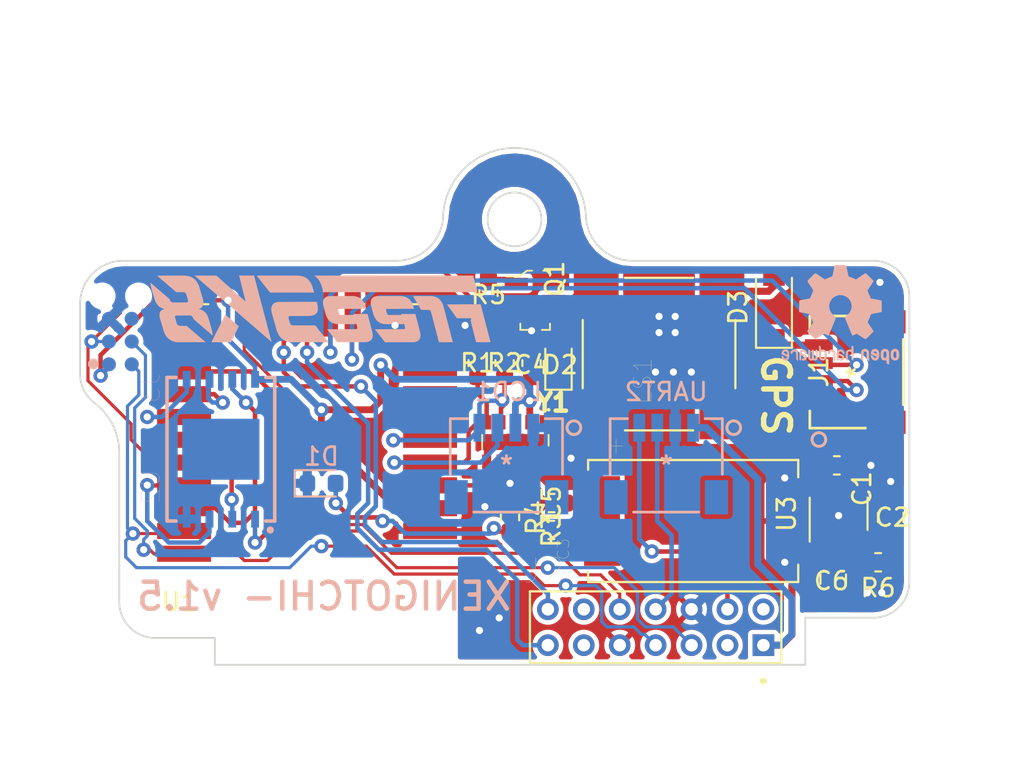
<source format=kicad_pcb>
(kicad_pcb (version 20171130) (host pcbnew "(5.1.5)-3")
  (layers (0 F.Cu signal) (31 B.Cu signal) (34 B.Paste user) (35 F.Paste user) (36 B.SilkS user) (37 F.SilkS user) (38 B.Mask user) (39 F.Mask user) (44 Edge.Cuts user))
  (net 0 "")
  (net 1 GND)
  (net 2 +3V3)
  (net 3 "Net-(D1-Pad2)")
  (net 4 /SDA)
  (net 5 /SCL)
  (net 6 +5V)
  (net 7 /VBACKUP)
  (net 8 /GPS-TX)
  (net 9 /GPS-RX)
  (net 10 /RST)
  (net 11 /SWCLK)
  (net 12 /SWDIO)
  (net 13 /P0.20)
  (net 14 /P0.19)
  (net 15 /P0.23)
  (net 16 /P0.17)
  (net 17 /P0.22)
  (net 18 /P0.21)
  (net 19 "Net-(C3-Pad1)")
  (net 20 "Net-(D2-Pad2)")
  (net 21 /ESC-TX)
  (net 22 /ESC-RX)
  (net 23 /P0.08)
  (net 24 "Net-(Q1-Pad2)")
  (net 25 /P0.05)
  (net 26 "Net-(D3-Pad1)")
  (net 27 /UART2-RX)
  (net 28 /UART2-TX)
  (net 29 "Net-(C2-Pad1)")
  (module Symbol:OSHW-Logo2_7.3x6mm_SilkScreen (layer B.Cu) (at 185.3 99.7 180)
    (fp_text reference REF** hide)
    (fp_text value OSHW-Logo2_7.3x6mm_SilkScreen hide)
  )
  (module Diode_SMD:D_SOD-123 (layer F.Cu) (at 181.6 99.3 90)
    (fp_text reference D3 (at 0 -2 90) (layer F.SilkS))
    (fp_text value D_Schottky_Small)
    (pad 2 smd rect (at 1.65 0 90) (size 0.9 1.2) (layers F.Cu F.Paste F.Mask) (net 2 +3V3))
    (pad 1 smd rect (at -1.65 0 90) (size 0.9 1.2) (layers F.Cu F.Paste F.Mask) (net 26 "Net-(D3-Pad1)"))
  )
  (module Freesk8-receiver:FreeSK8-Logo-20x5mm (layer B.Cu) (at 156.4 99.2 180)
    (fp_text reference G*** hide)
    (fp_text value LOGO hide)
  )
  (module sm04-srss-tb:SM04B-SRSS-TB (layer B.Cu) (at 175.6 108.1)
    (fp_text reference UART2 (at 0 -4.1) (layer B.SilkS) (effects (justify mirror)))
    (fp_text value SM04B-SRSS-TB hide)
    (fp_text user * (at 0 0) (layer B.SilkS) (effects (justify mirror)))
    (pad 6 smd rect (at 2.799999 1.776501 270) (size 1.905 1.2954) (layers B.Cu B.Paste B.Mask))
    (pad 5 smd rect (at -2.799999 1.776501 270) (size 1.905 1.2954) (layers B.Cu B.Paste B.Mask))
    (pad 4 smd rect (at -1.5 -2.0985) (size 0.6604 1.5494) (layers B.Cu B.Paste B.Mask) (net 28 /UART2-TX))
    (pad 3 smd rect (at -0.499999 -2.0985) (size 0.6604 1.5494) (layers B.Cu B.Paste B.Mask) (net 27 /UART2-RX))
    (pad 2 smd rect (at 0.499999 -2.0985) (size 0.6604 1.5494) (layers B.Cu B.Paste B.Mask) (net 1 GND))
    (pad 1 smd rect (at 1.5 -2.0985) (size 0.6604 1.5494) (layers B.Cu B.Paste B.Mask) (net 6 +5V))
  )
  (module Package_TO_SOT_SMD:SOT-23-5 (layer F.Cu) (at 185.2 110.8 90)
    (fp_text reference U3 (at 0 -2.9 90) (layer F.SilkS))
    (fp_text value TLV75533PDBV)
    (pad 5 smd rect (at 1.1 -0.95 90) (size 1.06 0.65) (layers F.Cu F.Paste F.Mask) (net 2 +3V3))
    (pad 4 smd rect (at 1.1 0.95 90) (size 1.06 0.65) (layers F.Cu F.Paste F.Mask))
    (pad 3 smd rect (at -1.1 0.95 90) (size 1.06 0.65) (layers F.Cu F.Paste F.Mask) (net 29 "Net-(C2-Pad1)"))
    (pad 2 smd rect (at -1.1 0 90) (size 1.06 0.65) (layers F.Cu F.Paste F.Mask) (net 1 GND))
    (pad 1 smd rect (at -1.1 -0.95 90) (size 1.06 0.65) (layers F.Cu F.Paste F.Mask) (net 6 +5V))
  )
  (module Resistor_SMD:R_0603_1608Metric (layer F.Cu) (at 187.4 113.5 180)
    (fp_text reference R6 (at 0 -1.43) (layer F.SilkS))
    (fp_text value 20k)
    (pad 2 smd roundrect (at 0.7875 0 180) (size 0.875 0.95) (layers F.Cu F.Paste F.Mask) (net 6 +5V))
    (pad 1 smd roundrect (at -0.7875 0 180) (size 0.875 0.95) (layers F.Cu F.Paste F.Mask) (net 29 "Net-(C2-Pad1)"))
  )
  (module sm04-srss-tb:SM04B-SRSS-TB (layer B.Cu) (at 166.7 108.1)
    (fp_text reference LCD1 (at 0.1 -4.1) (layer B.SilkS) (effects (justify mirror)))
    (fp_text value SM04B-SRSS-TB hide)
    (fp_text user * (at 0 0) (layer B.SilkS) (effects (justify mirror)))
    (pad 6 smd rect (at 2.799999 1.776501 270) (size 1.905 1.2954) (layers B.Cu B.Paste B.Mask))
    (pad 5 smd rect (at -2.799999 1.776501 270) (size 1.905 1.2954) (layers B.Cu B.Paste B.Mask))
    (pad 4 smd rect (at -1.5 -2.0985) (size 0.6604 1.5494) (layers B.Cu B.Paste B.Mask) (net 5 /SCL))
    (pad 3 smd rect (at -0.499999 -2.0985) (size 0.6604 1.5494) (layers B.Cu B.Paste B.Mask) (net 4 /SDA))
    (pad 2 smd rect (at 0.499999 -2.0985) (size 0.6604 1.5494) (layers B.Cu B.Paste B.Mask) (net 2 +3V3))
    (pad 1 smd rect (at 1.5 -2.0985) (size 0.6604 1.5494) (layers B.Cu B.Paste B.Mask) (net 1 GND))
  )
  (module sm04-srss-tb:SM04B-SRSS-TB (layer F.Cu) (at 186.2 102.9 270)
    (fp_text reference J1 (at 0 2.0985 90) (layer F.SilkS))
    (fp_text value SM04B-SRSS-TB hide)
    (fp_text user * (at 0 0 90) (layer F.SilkS))
    (pad 6 smd rect (at 2.799999 -1.776501) (size 1.905 1.2954) (layers F.Cu F.Paste F.Mask))
    (pad 5 smd rect (at -2.799999 -1.776501) (size 1.905 1.2954) (layers F.Cu F.Paste F.Mask))
    (pad 4 smd rect (at -1.5 2.0985 270) (size 0.6604 1.5494) (layers F.Cu F.Paste F.Mask) (net 26 "Net-(D3-Pad1)"))
    (pad 3 smd rect (at -0.499999 2.0985 270) (size 0.6604 1.5494) (layers F.Cu F.Paste F.Mask) (net 9 /GPS-RX))
    (pad 2 smd rect (at 0.499999 2.0985 270) (size 0.6604 1.5494) (layers F.Cu F.Paste F.Mask) (net 8 /GPS-TX))
    (pad 1 smd rect (at 1.5 2.0985 270) (size 0.6604 1.5494) (layers F.Cu F.Paste F.Mask) (net 1 GND))
  )
  (module CMT-8503-90-SMT-TR:XDCR_CMT-8503-90-SMT-TR (layer F.Cu) (at 175.2 101.9 270)
    (fp_text reference LS1 (at 1.5 0.9 270) (layer F.SilkS) (effects (font (thickness 0.015))))
    (fp_text value CMT-8503-90-SMT-TR)
    (pad P smd rect (at -3.5 -3.5 270) (size 2.5 2.5) (layers F.Cu F.Paste F.Mask) (net 2 +3V3))
    (pad 1 smd rect (at 3.5 -3.5 270) (size 2.5 2.5) (layers F.Cu F.Paste F.Mask))
    (pad 2 smd rect (at 3.5 3.5 270) (size 2.5 2.5) (layers F.Cu F.Paste F.Mask))
    (pad N smd rect (at -3.5 3.5 270) (size 2.5 2.5) (layers F.Cu F.Paste F.Mask) (net 20 "Net-(D2-Pad2)"))
  )
  (module digikey-footprints:SOT-23-3 (layer F.Cu) (at 168.3 98.9)
    (fp_text reference Q1 (at 1.1 -1.2 270) (layer F.SilkS))
    (fp_text value 2SD1484KT146R)
    (pad 3 smd rect (at 1.05 0) (size 1.3 0.6) (layers F.Cu F.Paste F.Mask) (net 20 "Net-(D2-Pad2)"))
    (pad 2 smd rect (at -1.05 -0.95) (size 1.3 0.6) (layers F.Cu F.Paste F.Mask) (net 24 "Net-(Q1-Pad2)"))
    (pad 1 smd rect (at -1.05 0.95) (size 1.3 0.6) (layers F.Cu F.Paste F.Mask) (net 1 GND))
  )
  (module Capacitor_SMD:C_0603_1608Metric (layer F.Cu) (at 168.1 102.4 90)
    (fp_text reference C4 (at -0.1 0) (layer F.SilkS))
    (fp_text value 0.1uF)
    (pad 2 smd roundrect (at 0.7875 0 90) (size 0.875 0.95) (layers F.Cu F.Paste F.Mask) (net 1 GND))
    (pad 1 smd roundrect (at -0.7875 0 90) (size 0.875 0.95) (layers F.Cu F.Paste F.Mask) (net 2 +3V3))
  )
  (module DSK-3R3H224U-HL:CAP_DSK-3R3H224U-HL (layer F.Cu) (at 177.1 111.2 90)
    (fp_text reference C3 (at -1.568765 -7.225469 90) (layer F.SilkS) (effects (font (size 0.641479 0.641479) (thickness 0.015))))
    (fp_text value DSK-3R3H224U-HL)
    (fp_text user + (at 4.17451 -4.37661 90) (layer F.SilkS) (effects (font (size 1.007717 1.007717) (thickness 0.015))))
    (pad 1 smd rect (at 0 -5.075 90) (size 5 2) (layers F.Cu F.Paste F.Mask) (net 19 "Net-(C3-Pad1)"))
    (pad 2 smd rect (at 0 5.075 90) (size 4 1.7) (layers F.Cu F.Paste F.Mask) (net 1 GND))
  )
  (module TC2030-CTX:TAG_TC2030-IDC-NL (layer B.Cu) (at 145.2 101.2 90)
    (fp_text reference J3 (at -2.6 1.7 90) (layer B.SilkS) (effects (font (size 1.001835 1.001835) (thickness 0.015)) (justify mirror)))
    (fp_text value TC2030-CTX)
    (pad None np_thru_hole circle (at -2.54 0 90) (size 0.991 0.991) (drill 0.991) (layers *.Cu *.Mask))
    (pad None np_thru_hole circle (at 2.54 1.016 90) (size 0.991 0.991) (drill 0.991) (layers *.Cu *.Mask))
    (pad None np_thru_hole circle (at 2.54 -1.016 90) (size 0.991 0.991) (drill 0.991) (layers *.Cu *.Mask))
    (pad 1 smd circle (at -1.27 -0.635 90) (size 0.787 0.787) (layers B.Cu B.Mask) (net 2 +3V3))
    (pad 2 smd circle (at -1.27 0.635 90) (size 0.787 0.787) (layers B.Cu B.Mask) (net 12 /SWDIO))
    (pad 3 smd circle (at 0 -0.635 90) (size 0.787 0.787) (layers B.Cu B.Mask) (net 10 /RST))
    (pad 4 smd circle (at 0 0.635 90) (size 0.787 0.787) (layers B.Cu B.Mask) (net 11 /SWCLK))
    (pad 5 smd circle (at 1.27 -0.635 90) (size 0.787 0.787) (layers B.Cu B.Mask) (net 1 GND))
    (pad 6 smd circle (at 1.27 0.635 90) (size 0.787 0.787) (layers B.Cu B.Mask))
  )
  (module skb501:SKB501_RF_Module (layer F.Cu) (at 155.6 105.7 180)
    (fp_text reference U1 (at 7.1 -10 180) (layer F.SilkS))
    (fp_text value SKB501)
    (pad 26 smd rect (at 6.85 -7.325 180) (size 3 0.9) (layers F.Cu F.Paste F.Mask) (net 11 /SWCLK))
    (pad 25 smd rect (at 6.85 -6.055 180) (size 3 0.9) (layers F.Cu F.Paste F.Mask) (net 12 /SWDIO))
    (pad 24 smd rect (at 6.85 -4.785 180) (size 3 0.9) (layers F.Cu F.Paste F.Mask) (net 15 /P0.23))
    (pad 23 smd rect (at 6.85 -3.515 180) (size 3 0.9) (layers F.Cu F.Paste F.Mask) (net 17 /P0.22))
    (pad 22 smd rect (at 6.85 -2.245 180) (size 3 0.9) (layers F.Cu F.Paste F.Mask) (net 10 /RST))
    (pad 21 smd rect (at 6.85 -0.975 180) (size 3 0.9) (layers F.Cu F.Paste F.Mask) (net 18 /P0.21))
    (pad 20 smd rect (at 6.85 0.295 180) (size 3 0.9) (layers F.Cu F.Paste F.Mask) (net 13 /P0.20))
    (pad 19 smd rect (at 6.85 1.565 180) (size 3 0.9) (layers F.Cu F.Paste F.Mask) (net 14 /P0.19))
    (pad 18 smd rect (at 6.85 2.835 180) (size 3 0.9) (layers F.Cu F.Paste F.Mask) (net 16 /P0.17))
    (pad 17 smd rect (at 6.85 4.105 180) (size 3 0.9) (layers F.Cu F.Paste F.Mask))
    (pad 16 smd rect (at 6.85 5.375 180) (size 3 0.9) (layers F.Cu F.Paste F.Mask))
    (pad 11 smd rect (at -2.54 6.275 270) (size 3 0.9) (layers F.Cu F.Paste F.Mask) (net 8 /GPS-TX))
    (pad 12 smd rect (at -1.27 6.275 270) (size 3 0.9) (layers F.Cu F.Paste F.Mask) (net 9 /GPS-RX))
    (pad 15 smd rect (at 2.54 6.275 270) (size 3 0.9) (layers F.Cu F.Paste F.Mask) (net 23 /P0.08))
    (pad 14 smd rect (at 1.27 6.275 270) (size 3 0.9) (layers F.Cu F.Paste F.Mask) (net 21 /ESC-TX))
    (pad 1 smd rect (at -6.85 -6.055 180) (size 3 0.9) (layers F.Cu F.Paste F.Mask) (net 1 GND))
    (pad 2 smd rect (at -6.85 -4.785 180) (size 3 0.9) (layers F.Cu F.Paste F.Mask) (net 2 +3V3))
    (pad 3 smd rect (at -6.85 -3.515 180) (size 3 0.9) (layers F.Cu F.Paste F.Mask) (net 25 /P0.05))
    (pad 4 smd rect (at -6.85 -2.245 180) (size 3 0.9) (layers F.Cu F.Paste F.Mask) (net 4 /SDA))
    (pad 5 smd rect (at -6.85 -0.975 180) (size 3 0.9) (layers F.Cu F.Paste F.Mask) (net 5 /SCL))
    (pad 6 smd rect (at -6.85 0.295 180) (size 3 0.9) (layers F.Cu F.Paste F.Mask))
    (pad 7 smd rect (at -6.85 1.565 180) (size 3 0.9) (layers F.Cu F.Paste F.Mask))
    (pad 8 smd rect (at -6.85 2.835 180) (size 3 0.9) (layers F.Cu F.Paste F.Mask))
    (pad 9 smd rect (at -6.85 4.105 180) (size 3 0.9) (layers F.Cu F.Paste F.Mask))
    (pad 10 smd rect (at -6.85 5.375 180) (size 3 0.9) (layers F.Cu F.Paste F.Mask) (net 1 GND))
    (pad 13 smd rect (at 0 6.275 270) (size 3 0.9) (layers F.Cu F.Paste F.Mask) (net 22 /ESC-RX))
  )
  (module SamacSys_Parts:ABRTCMC32768kHzEOZ9S3DBT (layer F.Cu) (at 167.2 106.8 180)
    (fp_text reference Y1 (at -2.1 2.2 180) (layer F.SilkS) (effects (font (thickness 0.25))))
    (fp_text value RV-3129-C3 hide)
    (pad 1 smd rect (at -1.6 1.1 180) (size 0.5 0.8) (layers F.Cu F.Paste F.Mask))
    (pad 2 smd rect (at -0.8 1.1 180) (size 0.5 0.8) (layers F.Cu F.Paste F.Mask) (net 2 +3V3))
    (pad 3 smd rect (at 0 1.1 180) (size 0.5 0.8) (layers F.Cu F.Paste F.Mask))
    (pad 4 smd rect (at 0.8 1.1 180) (size 0.5 0.8) (layers F.Cu F.Paste F.Mask) (net 5 /SCL))
    (pad 5 smd rect (at 1.6 1.1 180) (size 0.5 0.8) (layers F.Cu F.Paste F.Mask) (net 4 /SDA))
    (pad 6 smd rect (at 1.6 -1.1 180) (size 0.5 0.8) (layers F.Cu F.Paste F.Mask) (net 1 GND))
    (pad 7 smd rect (at 0.8 -1.1 180) (size 0.5 0.8) (layers F.Cu F.Paste F.Mask))
    (pad 8 smd rect (at 0 -1.1 180) (size 0.5 0.8) (layers F.Cu F.Paste F.Mask))
    (pad 9 smd rect (at -0.8 -1.1 180) (size 0.5 0.8) (layers F.Cu F.Paste F.Mask) (net 7 /VBACKUP))
    (pad 10 smd rect (at -1.6 -1.1 180) (size 0.5 0.8) (layers F.Cu F.Paste F.Mask))
  )
  (module 1-1734508-4:TE_1-1734508-4 (layer F.Cu) (at 175.01 117.12 180)
    (fp_text reference J2 (at 6.21 3.15) (layer F.SilkS) (effects (font (size 1.4 1.4) (thickness 0.015))))
    (fp_text value 1-1734508-4)
    (pad 1 thru_hole rect (at -6 -1 180) (size 1.208 1.208) (drill 0.7) (layers *.Cu *.Mask) (net 6 +5V))
    (pad 2 thru_hole circle (at -4 -1 180) (size 1.208 1.208) (drill 0.7) (layers *.Cu *.Mask))
    (pad 3 thru_hole circle (at -2 -1 180) (size 1.208 1.208) (drill 0.7) (layers *.Cu *.Mask) (net 11 /SWCLK))
    (pad 4 thru_hole circle (at 0 -1 180) (size 1.208 1.208) (drill 0.7) (layers *.Cu *.Mask) (net 12 /SWDIO))
    (pad 5 thru_hole circle (at 2 -1 180) (size 1.208 1.208) (drill 0.7) (layers *.Cu *.Mask) (net 1 GND))
    (pad 6 thru_hole circle (at 4 -1 180) (size 1.208 1.208) (drill 0.7) (layers *.Cu *.Mask))
    (pad 7 thru_hole circle (at 6 -1 180) (size 1.208 1.208) (drill 0.7) (layers *.Cu *.Mask) (net 22 /ESC-RX))
    (pad 8 thru_hole circle (at -6 1 180) (size 1.208 1.208) (drill 0.7) (layers *.Cu *.Mask))
    (pad 9 thru_hole circle (at -4 1 180) (size 1.208 1.208) (drill 0.7) (layers *.Cu *.Mask) (net 28 /UART2-TX))
    (pad 10 thru_hole circle (at -2 1 180) (size 1.208 1.208) (drill 0.7) (layers *.Cu *.Mask) (net 1 GND))
    (pad 11 thru_hole circle (at 0 1 180) (size 1.208 1.208) (drill 0.7) (layers *.Cu *.Mask) (net 27 /UART2-RX))
    (pad 12 thru_hole circle (at 2 1 180) (size 1.208 1.208) (drill 0.7) (layers *.Cu *.Mask) (net 10 /RST))
    (pad 13 thru_hole circle (at 4 1 180) (size 1.208 1.208) (drill 0.7) (layers *.Cu *.Mask))
    (pad 14 thru_hole circle (at 6 1 180) (size 1.208 1.208) (drill 0.7) (layers *.Cu *.Mask) (net 21 /ESC-TX))
  )
  (module Resistor_SMD:R_0603_1608Metric (layer F.Cu) (at 166.6 102.4 270)
    (fp_text reference R2 (at 0 0) (layer F.SilkS))
    (fp_text value 10k)
    (pad 2 smd roundrect (at 0.7875 0 270) (size 0.875 0.95) (layers F.Cu F.Paste F.Mask) (net 5 /SCL))
    (pad 1 smd roundrect (at -0.7875 0 270) (size 0.875 0.95) (layers F.Cu F.Paste F.Mask) (net 2 +3V3))
  )
  (module Capacitor_SMD:C_0805_2012Metric (layer F.Cu) (at 184.9 114.4375 270)
    (fp_text reference C6 (at 0.1 0.1 180) (layer F.SilkS))
    (fp_text value 10uF)
    (pad 2 smd roundrect (at 0.9375 0 270) (size 0.975 1.4) (layers F.Cu F.Paste F.Mask) (net 1 GND))
    (pad 1 smd roundrect (at -0.9375 0 270) (size 0.975 1.4) (layers F.Cu F.Paste F.Mask) (net 6 +5V))
  )
  (module Capacitor_SMD:C_0805_2012Metric (layer F.Cu) (at 188.1 111 90)
    (fp_text reference C2 (at 0 0.1 180) (layer F.SilkS))
    (fp_text value 10uF)
    (pad 2 smd roundrect (at 0.9375 0 90) (size 0.975 1.4) (layers F.Cu F.Paste F.Mask) (net 1 GND))
    (pad 1 smd roundrect (at -0.9375 0 90) (size 0.975 1.4) (layers F.Cu F.Paste F.Mask) (net 29 "Net-(C2-Pad1)"))
  )
  (module Capacitor_SMD:C_0603_1608Metric (layer F.Cu) (at 169.2125 110.2)
    (fp_text reference C5 (at 0 0 270) (layer F.SilkS))
    (fp_text value 10000pF)
    (pad 2 smd roundrect (at 0.7875 0) (size 0.875 0.95) (layers F.Cu F.Paste F.Mask) (net 1 GND))
    (pad 1 smd roundrect (at -0.7875 0) (size 0.875 0.95) (layers F.Cu F.Paste F.Mask) (net 7 /VBACKUP))
  )
  (module Resistor_SMD:R_0603_1608Metric (layer F.Cu) (at 165.7 98.5 270)
    (fp_text reference R5 (at 0.1 0 180) (layer F.SilkS))
    (fp_text value 180r)
    (pad 2 smd roundrect (at 0.7875 0 270) (size 0.875 0.95) (layers F.Cu F.Paste F.Mask) (net 23 /P0.08))
    (pad 1 smd roundrect (at -0.7875 0 270) (size 0.875 0.95) (layers F.Cu F.Paste F.Mask) (net 24 "Net-(Q1-Pad2)"))
  )
  (module Diode_SMD:D_0603_1608Metric (layer F.Cu) (at 169.6 102.4 90)
    (fp_text reference D2 (at -0.1 0.1 180) (layer F.SilkS))
    (fp_text value SD0603S040S0R2)
    (pad 2 smd roundrect (at 0.7875 0 90) (size 0.875 0.95) (layers F.Cu F.Paste F.Mask) (net 20 "Net-(D2-Pad2)"))
    (pad 1 smd roundrect (at -0.7875 0 90) (size 0.875 0.95) (layers F.Cu F.Paste F.Mask) (net 2 +3V3))
  )
  (module LED_SMD:LED_0603_1608Metric (layer B.Cu) (at 156.4 109.1)
    (fp_text reference D1 (at 0 -1.5 180) (layer B.SilkS) (effects (justify mirror)))
    (fp_text value LED)
    (pad 2 smd roundrect (at 0.7875 0) (size 0.875 0.95) (layers B.Cu B.Paste B.Mask) (net 3 "Net-(D1-Pad2)"))
    (pad 1 smd roundrect (at -0.7875 0) (size 0.875 0.95) (layers B.Cu B.Paste B.Mask) (net 1 GND))
  )
  (module Resistor_SMD:R_0603_1608Metric (layer F.Cu) (at 166.9 111 270)
    (fp_text reference R4 (at 0 -1.43 90) (layer F.SilkS))
    (fp_text value 1k)
    (pad 2 smd roundrect (at 0.7875 0 270) (size 0.875 0.95) (layers F.Cu F.Paste F.Mask) (net 3 "Net-(D1-Pad2)"))
    (pad 1 smd roundrect (at -0.7875 0 270) (size 0.875 0.95) (layers F.Cu F.Paste F.Mask) (net 25 /P0.05))
  )
  (module W25N01GVZEIG_TR:SON127P800X600X80-9N (layer B.Cu) (at 150.8 107.2 90)
    (fp_text reference U2 (at -2.1 -3.9 270) (layer B.SilkS) (effects (font (size 1.001787 1.001787) (thickness 0.015)) (justify mirror)))
    (fp_text value W25N01GVZEIG_TR)
    (pad 2 smd rect (at -3.895 0.635 90) (size 0.94 0.44) (layers B.Cu B.Paste B.Mask) (net 18 /P0.21))
    (pad 3 smd rect (at -3.895 -0.635 90) (size 0.94 0.44) (layers B.Cu B.Paste B.Mask) (net 17 /P0.22))
    (pad 4 smd rect (at -3.895 -1.905 90) (size 0.94 0.44) (layers B.Cu B.Paste B.Mask) (net 1 GND))
    (pad 1 smd rect (at -3.895 1.905 90) (size 0.94 0.44) (layers B.Cu B.Paste B.Mask) (net 16 /P0.17))
    (pad 7 smd rect (at 3.895 0.635 90) (size 0.94 0.44) (layers B.Cu B.Paste B.Mask) (net 15 /P0.23))
    (pad 6 smd rect (at 3.895 -0.635 90) (size 0.94 0.44) (layers B.Cu B.Paste B.Mask) (net 14 /P0.19))
    (pad 5 smd rect (at 3.895 -1.905 90) (size 0.94 0.44) (layers B.Cu B.Paste B.Mask) (net 13 /P0.20))
    (pad 8 smd rect (at 3.895 1.905 90) (size 0.94 0.44) (layers B.Cu B.Paste B.Mask) (net 2 +3V3))
    (pad 9 smd rect (at 0 0 90) (size 3.4 4.3) (layers B.Cu B.Mask))
  )
  (module Capacitor_SMD:C_0603_1608Metric (layer F.Cu) (at 185.1 108.1)
    (fp_text reference C1 (at 1.4 1.3 90) (layer F.SilkS))
    (fp_text value 1.0uF)
    (pad 2 smd roundrect (at 0.7875 0) (size 0.875 0.95) (layers F.Cu F.Paste F.Mask) (net 1 GND))
    (pad 1 smd roundrect (at -0.7875 0) (size 0.875 0.95) (layers F.Cu F.Paste F.Mask) (net 2 +3V3))
  )
  (module Resistor_SMD:R_0603_1608Metric (layer F.Cu) (at 165.1 102.4 270)
    (fp_text reference R1 (at 0 0 180) (layer F.SilkS))
    (fp_text value 10k)
    (pad 2 smd roundrect (at 0.7875 0 270) (size 0.875 0.95) (layers F.Cu F.Paste F.Mask) (net 4 /SDA))
    (pad 1 smd roundrect (at -0.7875 0 270) (size 0.875 0.95) (layers F.Cu F.Paste F.Mask) (net 2 +3V3))
  )
  (module Resistor_SMD:R_0603_1608Metric (layer F.Cu) (at 169.2 111.7)
    (fp_text reference R3 (at 0 0 270) (layer F.SilkS))
    (fp_text value 470r)
    (pad 2 smd roundrect (at 0.7875 0) (size 0.875 0.95) (layers F.Cu F.Paste F.Mask) (net 19 "Net-(C3-Pad1)"))
    (pad 1 smd roundrect (at -0.7875 0) (size 0.875 0.95) (layers F.Cu F.Paste F.Mask) (net 7 /VBACKUP))
  )
  (gr_arc (start 141.642 107.40532) (end 143.754727 104.614911) (angle 52.86922064) (layer Edge.Cuts) (width 0.1))
  (gr_arc (start 144.962 103.020391) (end 143.754727 104.614911) (angle 52.86922065) (layer Edge.Cuts) (width 0.1))
  (gr_line (start 183.342198 117.713206) (end 183.342198 119.213206) (layer Edge.Cuts) (width 0.1))
  (gr_line (start 150.463143 119.213206) (end 150.463143 117.713206) (layer Edge.Cuts) (width 0.1))
  (gr_arc (start 187.14 98.7) (end 187.14 96.7) (angle 90) (layer Edge.Cuts) (width 0.1))
  (gr_circle (center 167.149969 94.39232) (end 165.649969 94.39232) (layer Edge.Cuts) (width 0.1))
  (gr_line (start 189.14 98.7) (end 189.14 114.588152) (layer Edge.Cuts) (width 0.1))
  (gr_arc (start 167.149969 94.39232) (end 163.169896 94.328304) (angle 178.1570634) (layer Edge.Cuts) (width 0.1))
  (gr_line (start 183.342198 119.213206) (end 150.463143 119.213206) (layer Edge.Cuts) (width 0.1))
  (gr_arc (start 173.72 94.1) (end 173.72 96.7) (angle 84.9624009) (layer Edge.Cuts) (width 0.1))
  (gr_line (start 145.362 96.7) (end 160.579939 96.7) (layer Edge.Cuts) (width 0.1))
  (gr_arc (start 145.362 99.1) (end 142.962 99.1) (angle 90) (layer Edge.Cuts) (width 0.1))
  (gr_line (start 145.142 115.713206) (end 145.142 107.40532) (layer Edge.Cuts) (width 0.1))
  (gr_arc (start 147.142 115.713206) (end 147.142 117.713206) (angle 90) (layer Edge.Cuts) (width 0.1))
  (gr_line (start 173.72 96.7) (end 187.14 96.7) (layer Edge.Cuts) (width 0.1))
  (gr_arc (start 160.579939 94.1) (end 163.169896 94.328304) (angle 84.9624009) (layer Edge.Cuts) (width 0.1))
  (gr_line (start 187.14 116.588152) (end 183.342198 116.588152) (layer Edge.Cuts) (width 0.1))
  (gr_arc (start 187.14 114.588152) (end 189.14 114.588152) (angle 90) (layer Edge.Cuts) (width 0.1))
  (gr_line (start 183.342198 116.588152) (end 183.342198 117.713206) (layer Edge.Cuts) (width 0.1))
  (gr_line (start 142.962 103.020391) (end 142.962 99.1) (layer Edge.Cuts) (width 0.1))
  (gr_line (start 150.463143 117.713206) (end 147.142 117.713206) (layer Edge.Cuts) (width 0.1))
  (gr_text GPS (at 181.7 104.2 270) (layer F.SilkS) (effects (font (size 1.5 1.5) (thickness 0.3))))
  (gr_text "XENIGOTCHI- v1.5" (at 167.1 115.4) (layer B.SilkS) (effects (font (size 1.5 1.5) (thickness 0.25)) (justify left mirror)))
  (via (at 185.2 110.9) (size 0.8) (drill 0.4) (layers F.Cu B.Cu) (net 1))
  (via (at 182.2 108.8) (size 0.8) (drill 0.4) (layers F.Cu B.Cu) (net 1))
  (via (at 182.2 113.5) (size 0.8) (drill 0.4) (layers F.Cu B.Cu) (net 1))
  (via (at 170.3 107.7) (size 0.8) (drill 0.4) (layers F.Cu B.Cu) (net 1))
  (via (at 168.1 100.6) (size 0.8) (drill 0.4) (layers F.Cu B.Cu) (net 1))
  (via (at 177 102.9) (size 0.8) (drill 0.4) (layers F.Cu B.Cu) (net 1))
  (via (at 160.5 100.3) (size 0.8) (drill 0.4) (layers F.Cu B.Cu) (net 1))
  (via (at 164.4 100.3) (size 0.8) (drill 0.4) (layers F.Cu B.Cu) (net 1))
  (via (at 165.2 117.3) (size 0.8) (drill 0.4) (layers F.Cu B.Cu) (net 1))
  (via (at 166.3 116.6) (size 0.8) (drill 0.4) (layers F.Cu B.Cu) (net 1))
  (via (at 176 102.9) (size 0.8) (drill 0.4) (layers F.Cu B.Cu) (net 1))
  (via (at 175 102.9) (size 0.8) (drill 0.4) (layers F.Cu B.Cu) (net 1))
  (via (at 176.1 99.8) (size 0.8) (drill 0.4) (layers F.Cu B.Cu) (net 1))
  (via (at 176.1 100.7) (size 0.8) (drill 0.4) (layers F.Cu B.Cu) (net 1))
  (via (at 175.2 100.7) (size 0.8) (drill 0.4) (layers F.Cu B.Cu) (net 1))
  (via (at 175.2 99.8) (size 0.8) (drill 0.4) (layers F.Cu B.Cu) (net 1))
  (via (at 165.5 110.4) (size 0.8) (drill 0.4) (layers F.Cu B.Cu) (net 1))
  (via (at 166.9 109.1) (size 0.8) (drill 0.4) (layers F.Cu B.Cu) (net 1))
  (via (at 187.5 97.9) (size 0.8) (drill 0.4) (layers F.Cu B.Cu) (net 1))
  (via (at 187.6 115.2) (size 0.8) (drill 0.4) (layers F.Cu B.Cu) (net 1))
  (via (at 186.8 115.2) (size 0.8) (drill 0.4) (layers F.Cu B.Cu) (net 1))
  (via (at 188.1 109) (size 0.8) (drill 0.4) (layers F.Cu B.Cu) (net 1))
  (via (at 187 108.1) (size 0.8) (drill 0.4) (layers F.Cu B.Cu) (net 1))
  (via (at 144.1 103.1) (size 0.8) (drill 0.4) (layers F.Cu B.Cu) (net 2))
  (segment (start 144.565 102.47) (end 144.565 102.635) (width 0.25) (layer B.Cu) (net 2))
  (segment (start 144.565 102.635) (end 144.1 103.1) (width 0.25) (layer B.Cu) (net 2))
  (segment (start 144.1 101.957486) (end 147.157486 98.9) (width 0.25) (layer F.Cu) (net 2))
  (segment (start 144.1 103.1) (end 144.1 101.957486) (width 0.25) (layer F.Cu) (net 2))
  (segment (start 147.157486 98.9) (end 151.2 98.9) (width 0.25) (layer F.Cu) (net 2))
  (via (at 151.2 98.9) (size 0.8) (drill 0.4) (layers F.Cu B.Cu) (net 2))
  (segment (start 152.705 102.585) (end 151.2 101.08) (width 0.25) (layer B.Cu) (net 2))
  (segment (start 152.705 103.305) (end 152.705 102.585) (width 0.25) (layer B.Cu) (net 2))
  (segment (start 151.2 101.08) (end 151.2 98.9) (width 0.25) (layer B.Cu) (net 2))
  (segment (start 160.569 110.485) (end 156.4 106.316) (width 0.381) (layer F.Cu) (net 2))
  (segment (start 162.45 110.485) (end 160.569 110.485) (width 0.381) (layer F.Cu) (net 2))
  (via (at 156.4 105) (size 0.8) (drill 0.4) (layers F.Cu B.Cu) (net 2))
  (segment (start 156.4 106.316) (end 156.4 105) (width 0.381) (layer F.Cu) (net 2))
  (segment (start 154.705 103.305) (end 156.4 105) (width 0.381) (layer B.Cu) (net 2))
  (segment (start 152.705 103.305) (end 154.705 103.305) (width 0.381) (layer B.Cu) (net 2))
  (segment (start 179.4 97.7) (end 178.7 98.4) (width 0.381) (layer F.Cu) (net 2))
  (segment (start 168 103.2875) (end 168.1 103.1875) (width 0.381) (layer F.Cu) (net 2))
  (segment (start 168 105.7) (end 168 103.2875) (width 0.381) (layer F.Cu) (net 2))
  (segment (start 168.1 103.1875) (end 169.6 103.1875) (width 0.381) (layer F.Cu) (net 2))
  (segment (start 168.1 103.1125) (end 166.6 101.6125) (width 0.25) (layer F.Cu) (net 2))
  (segment (start 168.1 103.1875) (end 168.1 103.1125) (width 0.25) (layer F.Cu) (net 2))
  (segment (start 165.1 101.6125) (end 166.6 101.6125) (width 0.25) (layer F.Cu) (net 2))
  (via (at 168 104.5) (size 0.8) (drill 0.4) (layers F.Cu B.Cu) (net 2))
  (segment (start 178.7 98.4) (end 178.7 100.031) (width 0.381) (layer F.Cu) (net 2))
  (segment (start 176.931 101.8) (end 172.7 101.8) (width 0.381) (layer F.Cu) (net 2))
  (segment (start 171.3125 103.1875) (end 169.6 103.1875) (width 0.381) (layer F.Cu) (net 2))
  (segment (start 172.7 101.8) (end 171.3125 103.1875) (width 0.381) (layer F.Cu) (net 2))
  (segment (start 168 104.5) (end 168 103.8) (width 0.381) (layer B.Cu) (net 2))
  (segment (start 168 103.8) (end 167.5 103.3) (width 0.381) (layer B.Cu) (net 2))
  (segment (start 167.5 103.3) (end 160.5 103.3) (width 0.381) (layer B.Cu) (net 2))
  (via (at 159.7 102.5) (size 0.8) (drill 0.4) (layers F.Cu B.Cu) (net 2))
  (segment (start 160.5 103.3) (end 159.7 102.5) (width 0.381) (layer B.Cu) (net 2))
  (segment (start 159.7 102.5) (end 159.7 104.5) (width 0.381) (layer F.Cu) (net 2))
  (segment (start 159.2 105) (end 156.4 105) (width 0.381) (layer F.Cu) (net 2))
  (segment (start 159.7 104.5) (end 159.2 105) (width 0.381) (layer F.Cu) (net 2))
  (segment (start 167.2 106.1) (end 167.2 104.7) (width 0.381) (layer B.Cu) (net 2))
  (segment (start 167.4 104.5) (end 168 104.5) (width 0.381) (layer B.Cu) (net 2))
  (segment (start 167.2 104.7) (end 167.4 104.5) (width 0.381) (layer B.Cu) (net 2))
  (segment (start 184.3125 109.6375) (end 184.25 109.7) (width 0.4) (layer F.Cu) (net 2))
  (segment (start 184.3125 108.1) (end 184.3125 109.6375) (width 0.4) (layer F.Cu) (net 2))
  (segment (start 181.6 98.1) (end 181.6 97.65) (width 0.4) (layer F.Cu) (net 2))
  (segment (start 178.7 98.4) (end 181.3 98.4) (width 0.4) (layer F.Cu) (net 2))
  (segment (start 181.3 98.4) (end 181.6 98.1) (width 0.4) (layer F.Cu) (net 2))
  (segment (start 178.7 101) (end 178.7 98.4) (width 0.4) (layer F.Cu) (net 2))
  (segment (start 178.7 101) (end 177.9 101.8) (width 0.4) (layer F.Cu) (net 2))
  (segment (start 177.9 101.8) (end 176.931 101.8) (width 0.4) (layer F.Cu) (net 2))
  (segment (start 184.3125 107.625) (end 184.3125 108.1) (width 0.4) (layer F.Cu) (net 2))
  (segment (start 178.7 101) (end 181.5 103.8) (width 0.4) (layer F.Cu) (net 2))
  (segment (start 184.1 107.5) (end 184.1875 107.5) (width 0.4) (layer F.Cu) (net 2))
  (segment (start 184.1875 107.5) (end 184.3125 107.625) (width 0.4) (layer F.Cu) (net 2))
  (segment (start 181.5 103.8) (end 181.5 104.9) (width 0.4) (layer F.Cu) (net 2))
  (segment (start 181.5 104.9) (end 184.1 107.5) (width 0.4) (layer F.Cu) (net 2))
  (segment (start 157.1875 109.1) (end 157.1875 109.575) (width 0.254) (layer B.Cu) (net 3))
  (segment (start 157.2 110.2) (end 158 111) (width 0.254) (layer F.Cu) (net 3))
  (segment (start 157.2 109.5875) (end 157.2 110.2) (width 0.254) (layer B.Cu) (net 3))
  (segment (start 157.1875 109.575) (end 157.2 109.5875) (width 0.254) (layer B.Cu) (net 3))
  (segment (start 158 111) (end 159.6 111) (width 0.254) (layer F.Cu) (net 3))
  (segment (start 159.6 111) (end 159.8 111.2) (width 0.254) (layer F.Cu) (net 3))
  (via (at 159.8 111.2) (size 0.8) (drill 0.4) (layers F.Cu B.Cu) (net 3))
  (via (at 157.2 110.2) (size 0.8) (drill 0.4) (layers F.Cu B.Cu) (net 3))
  (segment (start 160.365685 111.2) (end 159.8 111.2) (width 0.254) (layer B.Cu) (net 3))
  (segment (start 165.7 111.9) (end 161.065685 111.9) (width 0.254) (layer B.Cu) (net 3))
  (segment (start 161.065685 111.9) (end 160.365685 111.2) (width 0.254) (layer B.Cu) (net 3))
  (segment (start 166 111.6) (end 165.8 111.9) (width 0.25) (layer B.Cu) (net 3))
  (segment (start 166.2875 111.7875) (end 167 111.7875) (width 0.25) (layer F.Cu) (net 3))
  (via (at 166 111.6) (size 0.8) (drill 0.4) (layers F.Cu B.Cu) (net 3))
  (segment (start 165.8 111.9) (end 165.7 111.9) (width 0.25) (layer B.Cu) (net 3))
  (segment (start 166 111.6) (end 166.2875 111.7875) (width 0.25) (layer F.Cu) (net 3))
  (segment (start 165.6 105.7) (end 165.6 104.6) (width 0.25) (layer F.Cu) (net 4))
  (segment (start 165.1 104.1) (end 165.1 103.1875) (width 0.25) (layer F.Cu) (net 4))
  (segment (start 165.6 104.6) (end 165.1 104.1) (width 0.25) (layer F.Cu) (net 4))
  (segment (start 165.1 105.7) (end 164.6 106.2) (width 0.25) (layer F.Cu) (net 4))
  (segment (start 165.6 105.7) (end 165.1 105.7) (width 0.25) (layer F.Cu) (net 4))
  (segment (start 164.6 106.2) (end 164.6 107.7) (width 0.25) (layer F.Cu) (net 4))
  (segment (start 164.355 107.945) (end 162.45 107.945) (width 0.25) (layer F.Cu) (net 4))
  (segment (start 164.6 107.7) (end 164.355 107.945) (width 0.25) (layer F.Cu) (net 4))
  (segment (start 162.45 107.945) (end 160.455 107.945) (width 0.25) (layer F.Cu) (net 4))
  (via (at 160.455 107.945) (size 0.8) (drill 0.4) (layers F.Cu B.Cu) (net 4))
  (segment (start 166.2 106.1) (end 166.2 107) (width 0.25) (layer B.Cu) (net 4))
  (segment (start 165.255 107.945) (end 160.455 107.945) (width 0.25) (layer B.Cu) (net 4))
  (segment (start 166.2 107) (end 165.255 107.945) (width 0.25) (layer B.Cu) (net 4))
  (segment (start 166.6 103.1875) (end 166.6 104.7) (width 0.25) (layer F.Cu) (net 5))
  (segment (start 166.4 104.9) (end 166.4 105.7) (width 0.25) (layer F.Cu) (net 5))
  (segment (start 166.6 104.7) (end 166.4 104.9) (width 0.25) (layer F.Cu) (net 5))
  (segment (start 160.7 106.675) (end 160.675 106.7) (width 0.25) (layer F.Cu) (net 5))
  (segment (start 162.45 106.675) (end 160.7 106.675) (width 0.25) (layer F.Cu) (net 5))
  (via (at 160.4 106.7) (size 0.8) (drill 0.4) (layers F.Cu B.Cu) (net 5))
  (segment (start 160.675 106.7) (end 160.4 106.7) (width 0.25) (layer F.Cu) (net 5))
  (segment (start 164.6 106.7) (end 165.2 106.1) (width 0.25) (layer B.Cu) (net 5))
  (segment (start 160.4 106.7) (end 164.6 106.7) (width 0.25) (layer B.Cu) (net 5))
  (segment (start 165.4 104.5) (end 166.428168 104.5) (width 0.25) (layer B.Cu) (net 5))
  (segment (start 165.2 106.1) (end 165.2 104.7) (width 0.25) (layer B.Cu) (net 5))
  (segment (start 166.428168 104.5) (end 166.471126 104.457042) (width 0.25) (layer B.Cu) (net 5))
  (segment (start 165.2 104.7) (end 165.4 104.5) (width 0.25) (layer B.Cu) (net 5))
  (via (at 166.471126 104.457042) (size 0.8) (drill 0.4) (layers F.Cu B.Cu) (net 5))
  (segment (start 181.995 118.12) (end 182.6 117.515) (width 0.381) (layer B.Cu) (net 6))
  (segment (start 181.01 118.12) (end 181.995 118.12) (width 0.381) (layer B.Cu) (net 6))
  (segment (start 182.6 117.515) (end 182.6 115.5) (width 0.381) (layer B.Cu) (net 6))
  (segment (start 182.6 115.5) (end 180.7 113.6) (width 0.381) (layer B.Cu) (net 6))
  (segment (start 180.7 108.8713) (end 177.8302 106.0015) (width 0.4) (layer B.Cu) (net 6))
  (segment (start 177.8302 106.0015) (end 177.1 106.0015) (width 0.4) (layer B.Cu) (net 6))
  (segment (start 180.7 113.6) (end 180.7 108.8713) (width 0.4) (layer B.Cu) (net 6))
  (segment (start 182.014 118.12) (end 182.6 117.534) (width 0.4) (layer F.Cu) (net 6))
  (segment (start 181.01 118.12) (end 182.014 118.12) (width 0.4) (layer F.Cu) (net 6))
  (segment (start 182.6 117.534) (end 182.6 114.8) (width 0.4) (layer F.Cu) (net 6))
  (segment (start 183.9 113.5) (end 184.9 113.5) (width 0.4) (layer F.Cu) (net 6))
  (segment (start 182.6 114.8) (end 183.9 113.5) (width 0.4) (layer F.Cu) (net 6))
  (segment (start 184.25 112.85) (end 184.9 113.5) (width 0.4) (layer F.Cu) (net 6))
  (segment (start 184.25 111.9) (end 184.25 112.85) (width 0.4) (layer F.Cu) (net 6))
  (segment (start 186.6125 113.5) (end 184.9 113.5) (width 0.4) (layer F.Cu) (net 6))
  (segment (start 168.5125 110.2) (end 168.5125 111.7) (width 0.381) (layer F.Cu) (net 7))
  (segment (start 168 107.9) (end 168 109) (width 0.381) (layer F.Cu) (net 7))
  (segment (start 168.5125 109.5125) (end 168.5125 110.2) (width 0.381) (layer F.Cu) (net 7))
  (segment (start 168 109) (end 168.5125 109.5125) (width 0.381) (layer F.Cu) (net 7))
  (via (at 158.1 102.2) (size 0.8) (drill 0.4) (layers F.Cu B.Cu) (net 8))
  (segment (start 158.1 99.465) (end 158.14 99.425) (width 0.25) (layer F.Cu) (net 8))
  (segment (start 158.1 102.2) (end 158.1 99.465) (width 0.25) (layer F.Cu) (net 8))
  (segment (start 158.1 99.6) (end 158.1 102.2) (width 0.25) (layer B.Cu) (net 8))
  (segment (start 159.47219 98.22781) (end 158.1 99.6) (width 0.25) (layer B.Cu) (net 8))
  (segment (start 177.904609 98.22781) (end 159.47219 98.22781) (width 0.25) (layer B.Cu) (net 8))
  (segment (start 184.1015 103.399999) (end 185.699999 103.399999) (width 0.25) (layer F.Cu) (net 8))
  (via (at 186.2 103.9) (size 0.8) (drill 0.4) (layers F.Cu B.Cu) (net 8))
  (segment (start 185.699999 103.399999) (end 186.2 103.9) (width 0.25) (layer F.Cu) (net 8))
  (segment (start 179.962125 98.22781) (end 177.8 98.22781) (width 0.25) (layer B.Cu) (net 8))
  (segment (start 186.2 103.9) (end 185.634315 103.9) (width 0.25) (layer B.Cu) (net 8))
  (segment (start 185.634315 103.9) (end 179.962125 98.22781) (width 0.25) (layer B.Cu) (net 8))
  (via (at 156.9 101.8) (size 0.8) (drill 0.4) (layers F.Cu B.Cu) (net 9))
  (segment (start 156.9 99.455) (end 156.87 99.425) (width 0.25) (layer F.Cu) (net 9))
  (segment (start 156.9 101.8) (end 156.9 99.455) (width 0.25) (layer F.Cu) (net 9))
  (segment (start 156.9 98.6) (end 157.7 97.8) (width 0.25) (layer B.Cu) (net 9))
  (segment (start 156.9 101.8) (end 156.9 98.6) (width 0.25) (layer B.Cu) (net 9))
  (segment (start 157.7 97.8) (end 181.5 97.8) (width 0.25) (layer B.Cu) (net 9))
  (via (at 186.2 102.5) (size 0.8) (drill 0.4) (layers F.Cu B.Cu) (net 9))
  (segment (start 181.5 97.8) (end 186.2 102.5) (width 0.25) (layer B.Cu) (net 9))
  (segment (start 184.201499 102.5) (end 184.1015 102.400001) (width 0.25) (layer F.Cu) (net 9))
  (segment (start 186.2 102.5) (end 184.201499 102.5) (width 0.25) (layer F.Cu) (net 9))
  (segment (start 144.565 101.2) (end 143.6 101.2) (width 0.1778) (layer B.Cu) (net 10))
  (via (at 143.6 101.2) (size 0.8) (drill 0.4) (layers F.Cu B.Cu) (net 10))
  (segment (start 145.2 97.9) (end 145.2 99.6) (width 0.1778) (layer F.Cu) (net 10))
  (segment (start 145.6 97.5) (end 145.2 97.9) (width 0.1778) (layer F.Cu) (net 10))
  (segment (start 151.2 97.5) (end 145.6 97.5) (width 0.1778) (layer F.Cu) (net 10))
  (segment (start 152.1 98.4) (end 151.2 97.5) (width 0.1778) (layer F.Cu) (net 10))
  (segment (start 169.6 113) (end 160.3 113) (width 0.1778) (layer F.Cu) (net 10))
  (segment (start 170.8 114.2) (end 169.6 113) (width 0.1778) (layer F.Cu) (net 10))
  (segment (start 160.3 113) (end 158.7 111.4) (width 0.1778) (layer F.Cu) (net 10))
  (segment (start 173.01 116.12) (end 173.01 115.265816) (width 0.1778) (layer F.Cu) (net 10))
  (segment (start 171.944184 114.2) (end 170.8 114.2) (width 0.1778) (layer F.Cu) (net 10))
  (segment (start 173.01 115.265816) (end 171.944184 114.2) (width 0.1778) (layer F.Cu) (net 10))
  (segment (start 145.2 99.6) (end 143.6 101.2) (width 0.1778) (layer F.Cu) (net 10))
  (segment (start 158.7 111.4) (end 154.6 111.4) (width 0.1778) (layer F.Cu) (net 10))
  (segment (start 154.6 111.4) (end 154.2 111) (width 0.1778) (layer F.Cu) (net 10))
  (segment (start 154.2 103.8) (end 152.1 101.7) (width 0.1778) (layer F.Cu) (net 10))
  (segment (start 154.2 111) (end 154.2 103.8) (width 0.1778) (layer F.Cu) (net 10))
  (segment (start 152.1 101.7) (end 152.1 98.4) (width 0.1778) (layer F.Cu) (net 10))
  (segment (start 147.0722 107.945) (end 145.8 106.6728) (width 0.1778) (layer F.Cu) (net 10))
  (segment (start 145.8 106.6728) (end 145.8 105.784276) (width 0.1778) (layer F.Cu) (net 10))
  (segment (start 145.8 105.784276) (end 143.4 103.384276) (width 0.1778) (layer F.Cu) (net 10))
  (segment (start 143.4 101.4) (end 143.6 101.2) (width 0.1778) (layer F.Cu) (net 10))
  (segment (start 148.75 107.945) (end 147.0722 107.945) (width 0.1778) (layer F.Cu) (net 10))
  (segment (start 143.4 103.384276) (end 143.4 101.4) (width 0.1778) (layer F.Cu) (net 10))
  (segment (start 147.0722 113.025) (end 146.8472 112.8) (width 0.1778) (layer F.Cu) (net 11))
  (segment (start 148.75 113.025) (end 147.0722 113.025) (width 0.1778) (layer F.Cu) (net 11))
  (via (at 146.5 112.8) (size 0.8) (drill 0.4) (layers F.Cu B.Cu) (net 11))
  (segment (start 146.8472 112.8) (end 146.5 112.8) (width 0.1778) (layer F.Cu) (net 11))
  (segment (start 146 104.902908) (end 146.6 104.302908) (width 0.1778) (layer B.Cu) (net 11))
  (segment (start 146.5 112.234315) (end 146.7 112.034315) (width 0.1778) (layer B.Cu) (net 11))
  (segment (start 146.7 112.034315) (end 146.7 111.75396) (width 0.1778) (layer B.Cu) (net 11))
  (segment (start 146.5 112.8) (end 146.5 112.234315) (width 0.1778) (layer B.Cu) (net 11))
  (segment (start 146.7 111.75396) (end 146 111.05396) (width 0.1778) (layer B.Cu) (net 11))
  (segment (start 146 111.05396) (end 146 104.902908) (width 0.1778) (layer B.Cu) (net 11))
  (segment (start 146.6 101.965) (end 145.835 101.2) (width 0.1778) (layer B.Cu) (net 11))
  (segment (start 146.6 104.302908) (end 146.6 101.965) (width 0.1778) (layer B.Cu) (net 11))
  (segment (start 177.01 118.12) (end 175.99 117.1) (width 0.1778) (layer B.Cu) (net 11))
  (segment (start 174.442764 117.1) (end 174 116.657236) (width 0.1778) (layer B.Cu) (net 11))
  (segment (start 175.99 117.1) (end 174.442764 117.1) (width 0.1778) (layer B.Cu) (net 11))
  (segment (start 174 116.657236) (end 174 115.1) (width 0.1778) (layer B.Cu) (net 11))
  (segment (start 174 115.1) (end 173.6 114.7) (width 0.1778) (layer B.Cu) (net 11))
  (segment (start 173.6 114.7) (end 172.7 113.8) (width 0.1778) (layer B.Cu) (net 11))
  (via (at 169 113.8) (size 0.8) (drill 0.4) (layers F.Cu B.Cu) (net 11))
  (segment (start 172.7 113.8) (end 169 113.8) (width 0.1778) (layer B.Cu) (net 11))
  (segment (start 169 113.8) (end 160.597092 113.8) (width 0.1778) (layer F.Cu) (net 11))
  (segment (start 158.552702 111.75561) (end 155.04439 111.75561) (width 0.1778) (layer F.Cu) (net 11))
  (segment (start 160.597092 113.8) (end 158.552702 111.75561) (width 0.1778) (layer F.Cu) (net 11))
  (segment (start 155.04439 111.75561) (end 153.4 113.4) (width 0.1778) (layer F.Cu) (net 11))
  (segment (start 153.4 113.4) (end 152.1 113.4) (width 0.1778) (layer F.Cu) (net 11))
  (segment (start 151.725 113.025) (end 148.75 113.025) (width 0.1778) (layer F.Cu) (net 11))
  (segment (start 152.1 113.4) (end 151.725 113.025) (width 0.1778) (layer F.Cu) (net 11))
  (via (at 145.9 111.9) (size 0.8) (drill 0.4) (layers F.Cu B.Cu) (net 12))
  (segment (start 148.605 111.9) (end 148.75 111.755) (width 0.1778) (layer F.Cu) (net 12))
  (segment (start 145.9 111.9) (end 148.605 111.9) (width 0.1778) (layer F.Cu) (net 12))
  (segment (start 146.228499 102.863499) (end 145.835 102.47) (width 0.1778) (layer B.Cu) (net 12))
  (segment (start 146.228499 104.171501) (end 146.228499 102.863499) (width 0.1778) (layer B.Cu) (net 12))
  (segment (start 145.6 111.6) (end 145.6 104.8) (width 0.1778) (layer B.Cu) (net 12))
  (segment (start 145.6 104.8) (end 146.228499 104.171501) (width 0.1778) (layer B.Cu) (net 12))
  (segment (start 145.9 111.9) (end 145.6 111.6) (width 0.1778) (layer B.Cu) (net 12))
  (segment (start 174.406001 117.516001) (end 174.216001 117.516001) (width 0.1778) (layer B.Cu) (net 12))
  (segment (start 175.01 118.12) (end 174.406001 117.516001) (width 0.1778) (layer B.Cu) (net 12))
  (segment (start 174.216001 117.516001) (end 173.8 117.1) (width 0.1778) (layer B.Cu) (net 12))
  (segment (start 173.8 117.1) (end 172.3 117.1) (width 0.1778) (layer B.Cu) (net 12))
  (segment (start 172.3 117.1) (end 172 116.8) (width 0.1778) (layer B.Cu) (net 12))
  (segment (start 172 116.8) (end 172 115.2) (width 0.1778) (layer B.Cu) (net 12))
  (segment (start 172 115.2) (end 172 115.1) (width 0.1778) (layer B.Cu) (net 12))
  (segment (start 172 115.1) (end 171.7 114.8) (width 0.1778) (layer B.Cu) (net 12))
  (via (at 170 114.8) (size 0.8) (drill 0.4) (layers F.Cu B.Cu) (net 12))
  (segment (start 171.7 114.8) (end 170 114.8) (width 0.1778) (layer B.Cu) (net 12))
  (segment (start 170 114.8) (end 168.8 114.8) (width 0.1778) (layer F.Cu) (net 12))
  (segment (start 168.8 114.8) (end 168.15561 114.15561) (width 0.1778) (layer F.Cu) (net 12))
  (segment (start 168.15561 114.15561) (end 160.449793 114.155609) (width 0.1778) (layer F.Cu) (net 12))
  (segment (start 160.449793 114.155609) (end 158.894184 112.6) (width 0.1778) (layer F.Cu) (net 12))
  (via (at 156.4 112.6) (size 0.8) (drill 0.4) (layers F.Cu B.Cu) (net 12))
  (segment (start 158.894184 112.6) (end 156.4 112.6) (width 0.1778) (layer F.Cu) (net 12))
  (segment (start 145.500001 112.299999) (end 145.9 111.9) (width 0.1778) (layer B.Cu) (net 12))
  (segment (start 154.634315 113.8) (end 146.1 113.8) (width 0.1778) (layer B.Cu) (net 12))
  (segment (start 156.4 112.6) (end 155.834315 112.6) (width 0.1778) (layer B.Cu) (net 12))
  (segment (start 155.834315 112.6) (end 154.634315 113.8) (width 0.1778) (layer B.Cu) (net 12))
  (segment (start 145.500001 113.200001) (end 145.500001 112.299999) (width 0.1778) (layer B.Cu) (net 12))
  (segment (start 146.1 113.8) (end 145.500001 113.200001) (width 0.1778) (layer B.Cu) (net 12))
  (segment (start 147 105.405) (end 146.995 105.4) (width 0.25) (layer F.Cu) (net 13))
  (segment (start 148.75 105.405) (end 147 105.405) (width 0.25) (layer F.Cu) (net 13))
  (via (at 146.7 105.4) (size 0.8) (drill 0.4) (layers F.Cu B.Cu) (net 13))
  (segment (start 146.995 105.4) (end 146.7 105.4) (width 0.25) (layer F.Cu) (net 13))
  (segment (start 147.265685 105.4) (end 146.7 105.4) (width 0.25) (layer B.Cu) (net 13))
  (segment (start 148.895 104.025) (end 147.52 105.4) (width 0.25) (layer B.Cu) (net 13))
  (segment (start 147.52 105.4) (end 147.265685 105.4) (width 0.25) (layer B.Cu) (net 13))
  (segment (start 148.895 103.305) (end 148.895 104.025) (width 0.25) (layer B.Cu) (net 13))
  (segment (start 148.75 104.135) (end 150.435 104.135) (width 0.25) (layer F.Cu) (net 14))
  (via (at 150.9 104.6) (size 0.8) (drill 0.4) (layers F.Cu B.Cu) (net 14))
  (segment (start 150.435 104.135) (end 150.9 104.6) (width 0.25) (layer F.Cu) (net 14))
  (segment (start 150.1 103.37) (end 150.165 103.305) (width 0.25) (layer B.Cu) (net 14))
  (segment (start 150.1 104.365685) (end 150.1 103.37) (width 0.25) (layer B.Cu) (net 14))
  (segment (start 150.9 104.6) (end 150.334315 104.6) (width 0.25) (layer B.Cu) (net 14))
  (segment (start 150.334315 104.6) (end 150.1 104.365685) (width 0.25) (layer B.Cu) (net 14))
  (segment (start 150.5 110.485) (end 151.315 111.3) (width 0.25) (layer F.Cu) (net 15))
  (segment (start 148.75 110.485) (end 150.5 110.485) (width 0.25) (layer F.Cu) (net 15))
  (segment (start 151.315 111.3) (end 152.1 111.3) (width 0.25) (layer F.Cu) (net 15))
  (segment (start 152.1 111.3) (end 152.7 110.7) (width 0.25) (layer F.Cu) (net 15))
  (segment (start 152.7 110.7) (end 152.7 105.6) (width 0.25) (layer F.Cu) (net 15))
  (segment (start 151.4 103.34) (end 151.435 103.305) (width 0.25) (layer B.Cu) (net 15))
  (segment (start 152.7 105.6) (end 152.7 105.1) (width 0.25) (layer F.Cu) (net 15))
  (via (at 152.2 104.6) (size 0.8) (drill 0.4) (layers F.Cu B.Cu) (net 15))
  (segment (start 152.7 105.1) (end 152.2 104.6) (width 0.25) (layer F.Cu) (net 15))
  (segment (start 151.435 103.835) (end 151.435 103.305) (width 0.25) (layer B.Cu) (net 15))
  (segment (start 152.2 104.6) (end 151.435 103.835) (width 0.25) (layer B.Cu) (net 15))
  (segment (start 148.75 102.865) (end 152.465 102.865) (width 0.25) (layer F.Cu) (net 16))
  (segment (start 152.465 102.865) (end 153.6 104) (width 0.25) (layer F.Cu) (net 16))
  (segment (start 153.6 104) (end 153.6 111.6) (width 0.25) (layer F.Cu) (net 16))
  (segment (start 153.6 111.6) (end 152.8 112.4) (width 0.25) (layer F.Cu) (net 16))
  (via (at 152.7 112.4) (size 0.8) (drill 0.4) (layers F.Cu B.Cu) (net 16))
  (segment (start 152.8 112.4) (end 152.7 112.4) (width 0.25) (layer F.Cu) (net 16))
  (segment (start 152.7 111.1) (end 152.705 111.095) (width 0.25) (layer B.Cu) (net 16))
  (segment (start 152.7 112.4) (end 152.7 111.1) (width 0.25) (layer B.Cu) (net 16))
  (segment (start 147 109.215) (end 146.985 109.2) (width 0.25) (layer F.Cu) (net 17))
  (segment (start 148.75 109.215) (end 147 109.215) (width 0.25) (layer F.Cu) (net 17))
  (via (at 146.7 109.2) (size 0.8) (drill 0.4) (layers F.Cu B.Cu) (net 17))
  (segment (start 146.985 109.2) (end 146.7 109.2) (width 0.25) (layer F.Cu) (net 17))
  (segment (start 146.7 109.2) (end 146.7 111.2) (width 0.25) (layer B.Cu) (net 17))
  (segment (start 146.7 111.2) (end 147.9 112.4) (width 0.25) (layer B.Cu) (net 17))
  (segment (start 147.9 112.4) (end 149.6 112.4) (width 0.25) (layer B.Cu) (net 17))
  (segment (start 150.165 111.835) (end 150.165 111.095) (width 0.25) (layer B.Cu) (net 17))
  (segment (start 149.6 112.4) (end 150.165 111.835) (width 0.25) (layer B.Cu) (net 17))
  (segment (start 151.435 111.095) (end 151.435 110.135) (width 0.25) (layer B.Cu) (net 18))
  (via (at 151.4 110) (size 0.8) (drill 0.4) (layers F.Cu B.Cu) (net 18))
  (segment (start 151.435 110.135) (end 151.4 110.1) (width 0.25) (layer B.Cu) (net 18))
  (segment (start 151.4 110.1) (end 151.4 110) (width 0.25) (layer B.Cu) (net 18))
  (segment (start 151.4 110) (end 151.4 107.1) (width 0.25) (layer F.Cu) (net 18))
  (segment (start 150.975 106.675) (end 148.75 106.675) (width 0.25) (layer F.Cu) (net 18))
  (segment (start 151.4 107.1) (end 150.975 106.675) (width 0.25) (layer F.Cu) (net 18))
  (segment (start 171.525 111.7) (end 172.025 111.2) (width 0.381) (layer F.Cu) (net 19))
  (segment (start 170.0875 111.7) (end 171.525 111.7) (width 0.381) (layer F.Cu) (net 19))
  (segment (start 171.175 98.4) (end 171.7 98.4) (width 0.25) (layer F.Cu) (net 20))
  (segment (start 170.25 98.9) (end 170.75 98.4) (width 0.25) (layer F.Cu) (net 20))
  (segment (start 170.75 98.4) (end 171.7 98.4) (width 0.25) (layer F.Cu) (net 20))
  (segment (start 169.35 98.9) (end 170.25 98.9) (width 0.25) (layer F.Cu) (net 20))
  (segment (start 169.6 99.15) (end 169.35 98.9) (width 0.25) (layer F.Cu) (net 20))
  (segment (start 169.6 101.6125) (end 169.6 99.15) (width 0.25) (layer F.Cu) (net 20))
  (segment (start 154.33 101.175) (end 154.3 101.205) (width 0.25) (layer F.Cu) (net 21))
  (segment (start 154.33 99.425) (end 154.33 101.175) (width 0.25) (layer F.Cu) (net 21))
  (via (at 154.3 101.8) (size 0.8) (drill 0.4) (layers F.Cu B.Cu) (net 21))
  (segment (start 154.3 101.205) (end 154.3 101.8) (width 0.25) (layer F.Cu) (net 21))
  (segment (start 169.01 115.265816) (end 166.116374 112.37219) (width 0.25) (layer B.Cu) (net 21))
  (segment (start 169.01 116.12) (end 169.01 115.265816) (width 0.25) (layer B.Cu) (net 21))
  (segment (start 166.116374 112.37219) (end 159.777204 112.37219) (width 0.25) (layer B.Cu) (net 21))
  (segment (start 159.777204 112.37219) (end 158.82781 111.422796) (width 0.25) (layer B.Cu) (net 21))
  (segment (start 158.82781 110.977204) (end 159.42781 110.377204) (width 0.25) (layer B.Cu) (net 21))
  (segment (start 158.82781 111.422796) (end 158.82781 110.977204) (width 0.25) (layer B.Cu) (net 21))
  (segment (start 159.42781 110.377204) (end 159.42781 104.52781) (width 0.25) (layer B.Cu) (net 21))
  (via (at 158.6 103.7) (size 0.8) (drill 0.4) (layers F.Cu B.Cu) (net 21))
  (segment (start 159.42781 104.52781) (end 158.6 103.7) (width 0.25) (layer B.Cu) (net 21))
  (segment (start 154.3 102.9) (end 154.3 101.8) (width 0.25) (layer F.Cu) (net 21))
  (segment (start 158.6 103.7) (end 155.1 103.7) (width 0.25) (layer F.Cu) (net 21))
  (segment (start 155.1 103.7) (end 154.3 102.9) (width 0.25) (layer F.Cu) (net 21))
  (segment (start 155.6 99.425) (end 155.6 101.175) (width 0.25) (layer F.Cu) (net 22))
  (via (at 155.6 101.8) (size 0.8) (drill 0.4) (layers F.Cu B.Cu) (net 22))
  (segment (start 155.6 101.175) (end 155.6 101.8) (width 0.25) (layer F.Cu) (net 22))
  (segment (start 167.3 114.5) (end 167.3 117.8) (width 0.25) (layer B.Cu) (net 22))
  (segment (start 165.6 112.8) (end 167.3 114.5) (width 0.25) (layer B.Cu) (net 22))
  (segment (start 167.62 118.12) (end 169.01 118.12) (width 0.25) (layer B.Cu) (net 22))
  (segment (start 167.3 117.8) (end 167.62 118.12) (width 0.25) (layer B.Cu) (net 22))
  (segment (start 159.6 112.8) (end 165.6 112.8) (width 0.25) (layer B.Cu) (net 22))
  (segment (start 159 105.765685) (end 159 110.2) (width 0.25) (layer B.Cu) (net 22))
  (segment (start 155.6 102.365685) (end 159 105.765685) (width 0.25) (layer B.Cu) (net 22))
  (segment (start 155.6 101.8) (end 155.6 102.365685) (width 0.25) (layer B.Cu) (net 22))
  (segment (start 158.4 111.6) (end 159.6 112.8) (width 0.25) (layer B.Cu) (net 22))
  (segment (start 159 110.2) (end 158.4 110.8) (width 0.25) (layer B.Cu) (net 22))
  (segment (start 158.4 110.8) (end 158.4 111.6) (width 0.25) (layer B.Cu) (net 22))
  (segment (start 153.06 97.675) (end 153.435 97.3) (width 0.25) (layer F.Cu) (net 23))
  (segment (start 153.06 99.425) (end 153.06 97.675) (width 0.25) (layer F.Cu) (net 23))
  (segment (start 165.225 99.2875) (end 165.7 99.2875) (width 0.25) (layer F.Cu) (net 23))
  (segment (start 163.2375 97.3) (end 165.225 99.2875) (width 0.25) (layer F.Cu) (net 23))
  (segment (start 153.435 97.3) (end 163.2375 97.3) (width 0.25) (layer F.Cu) (net 23))
  (segment (start 167.0125 97.7125) (end 167.25 97.95) (width 0.25) (layer F.Cu) (net 24))
  (segment (start 165.7 97.7125) (end 167.0125 97.7125) (width 0.25) (layer F.Cu) (net 24))
  (segment (start 164.2 109.215) (end 162.45 109.215) (width 0.25) (layer F.Cu) (net 25))
  (segment (start 165.5275 109.215) (end 164.2 109.215) (width 0.25) (layer F.Cu) (net 25))
  (segment (start 166.525 110.2125) (end 165.5275 109.215) (width 0.25) (layer F.Cu) (net 25))
  (segment (start 167 110.2125) (end 166.525 110.2125) (width 0.25) (layer F.Cu) (net 25))
  (segment (start 182.05 101.4) (end 181.6 100.95) (width 0.4) (layer F.Cu) (net 26))
  (segment (start 184.1015 101.4) (end 182.05 101.4) (width 0.4) (layer F.Cu) (net 26))
  (segment (start 175.100001 106.0015) (end 175.100001 111.200001) (width 0.25) (layer B.Cu) (net 27))
  (segment (start 175.100001 111.200001) (end 175.9 112) (width 0.25) (layer B.Cu) (net 27))
  (segment (start 175.9 115.23) (end 175.01 116.12) (width 0.25) (layer B.Cu) (net 27))
  (segment (start 175.9 112) (end 175.9 115.23) (width 0.25) (layer B.Cu) (net 27))
  (segment (start 174.1 106.0015) (end 174.1 112.2) (width 0.25) (layer B.Cu) (net 28))
  (via (at 174.8 112.9) (size 0.8) (drill 0.4) (layers F.Cu B.Cu) (net 28))
  (segment (start 174.1 112.2) (end 174.8 112.9) (width 0.25) (layer B.Cu) (net 28))
  (segment (start 179.01 114.41) (end 179.01 116.12) (width 0.25) (layer F.Cu) (net 28))
  (segment (start 174.8 112.9) (end 177.5 112.9) (width 0.25) (layer F.Cu) (net 28))
  (segment (start 177.5 112.9) (end 179.01 114.41) (width 0.25) (layer F.Cu) (net 28))
  (segment (start 188.0625 111.9) (end 188.1 111.9375) (width 0.4) (layer F.Cu) (net 29))
  (segment (start 186.15 111.9) (end 188.0625 111.9) (width 0.4) (layer F.Cu) (net 29))
  (segment (start 188.1875 112.025) (end 188.1 111.9375) (width 0.4) (layer F.Cu) (net 29))
  (segment (start 188.1875 113.5) (end 188.1875 112.025) (width 0.4) (layer F.Cu) (net 29))
  (zone (net 1) (net_name GND) (layer F.Cu) (connect_pads (clearance 0.254)) (min_thickness 0.254) (fill yes (arc_segments 32) (thermal_gap 0.254) (thermal_bridge_width 0.308))
    (polygon (pts (xy 138.525 125.408188) (xy 138.525 85.408188) (xy 195.525 85.408188) (xy 195.525 125.408188)))
    (polygon (pts (xy 164 113.3125) (xy 144 113.325) (xy 143.975 119.1) (xy 164 119.0875)))
  )
  (zone (net 1) (net_name GND) (layer B.Cu) (connect_pads (clearance 0.254)) (min_thickness 0.254) (fill yes (arc_segments 32) (thermal_gap 0.254) (thermal_bridge_width 0.508))
    (polygon (pts (xy 138.5 125.5) (xy 138.5 85.525) (xy 195.5 85.525) (xy 195.5 125.5)))
    (polygon (pts (xy 164 113.25) (xy 143.95 113.2) (xy 144 119.2) (xy 164 119.15)))
  )
)
</source>
